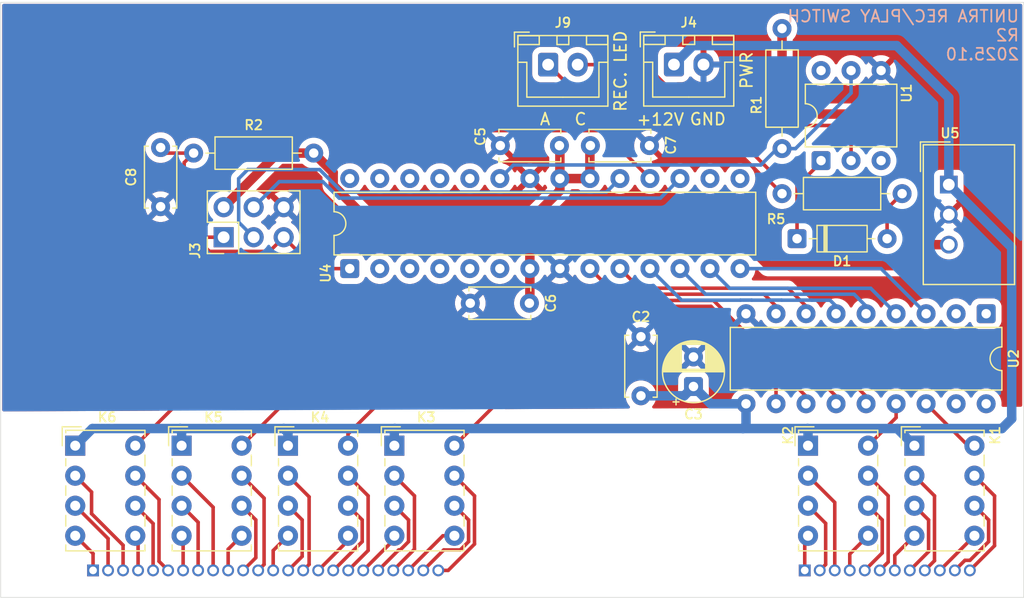
<source format=kicad_pcb>
(kicad_pcb (version 20241229) (generator "pcbnew") (generator_version "9.0")
  (layers (0 "F.Cu" signal) (2 "B.Cu" signal) (13 "F.Paste" user) (15 "B.Paste" user) (5 "F.SilkS" user "F.Silkscreen") (7 "B.SilkS" user "B.Silkscreen") (1 "F.Mask" user) (3 "B.Mask" user) (25 "Edge.Cuts" user))
  (net 0 "")
  (net 1 "+12V")
  (net 2 "/A2")
  (net 3 "/B3")
  (net 4 "/B1")
  (net 5 "/A1")
  (net 6 "/B2")
  (net 7 "/A3")
  (net 8 "/A11")
  (net 9 "/A10")
  (net 10 "/B11")
  (net 11 "/B12")
  (net 12 "/A12")
  (net 13 "/B10")
  (net 14 "/B5")
  (net 15 "/A5")
  (net 16 "/B6")
  (net 17 "/B4")
  (net 18 "/A6")
  (net 19 "/A4")
  (net 20 "/B15")
  (net 21 "/B13")
  (net 22 "/A13")
  (net 23 "/A14")
  (net 24 "/A15")
  (net 25 "/A8")
  (net 26 "/B8")
  (net 27 "/A9")
  (net 28 "/B9")
  (net 29 "/B7")
  (net 30 "/A7")
  (net 31 "/A16")
  (net 32 "/A17")
  (net 33 "/B18")
  (net 34 "/A18")
  (net 35 "/B17")
  (net 36 "/B16")
  (net 49 "GND")
  (net 50 "Net-(D1-K)")
  (net 51 "Net-(D1-A)")
  (net 52 "/REC_SIGNAL")
  (net 53 "/REC_LED_C")
  (net 54 "/CTL_SWITCH_1")
  (net 55 "/CTL_SWITCH_2")
  (net 56 "/CTL_SWITCH_3")
  (net 57 "/CTL_SWITCH_4")
  (net 58 "/CTL_SWITCH_6")
  (net 59 "/B14")
  (net 60 "/CTL_SWITCH_LOGIC_3")
  (net 61 "/CTL_SWITCH_LOGIC_2")
  (net 62 "/CTL_SWITCH_LOGIC_4")
  (net 63 "/CTL_SWITCH_LOGIC_5")
  (net 64 "/CTL_SWITCH_LOGIC_6")
  (net 65 "/CTL_SWITCH_LOGIC_1")
  (net 66 "+5V")
  (net 67 "/CTL_SWITCH_5")
  (net 68 "/REC_LED_A")
  (net 69 "/RESET")
  (net 70 "/MOSI")
  (net 71 "/MISO")
  (net 72 "/SCK")
  (footprint "Capacitor_THT:C_Disc_D5.0mm_W2.5mm_P5.00mm" (layer "F.Cu") (at 167.426 67.945)
    (property "Reference" "C6")
    (property "Value" "100n")
  )
  (footprint "Capacitor_THT:C_Disc_D5.0mm_W2.5mm_P5.00mm" (layer "F.Cu") (at 141.224 59.777 90)
    (property "Reference" "C8")
    (property "Value" "100n")
  )
  (footprint "Connector_PinHeader_1.27mm:PinHeader_1x12_P1.27mm_Vertical" (layer "F.Cu") (at 195.723 90.551 90)
    (property "Reference" "J2" (hide yes))
    (property "Value" "Conn_01x12")
  )
  (footprint "Package_DIP:DIP-18_W7.62mm" (layer "F.Cu") (at 211.074 68.834 -90)
    (property "Reference" "U2")
    (property "Value" "ULN2803A")
  )
  (footprint "Connector_JST:JST_XH_B2B-XH-A_1x02_P2.50mm_Vertical" (layer "F.Cu") (at 184.658 47.752)
    (property "Reference" "J4")
    (property "Value" "Conn_01x02")
  )
  (footprint "Relay_THT:Relay_DPDT_Omron_G6K-2P" (layer "F.Cu") (at 161 80)
    (property "Reference" "K3")
    (property "Value" "G6K-2P-Y")
  )
  (footprint "Connector_JST:JST_XH_B2B-XH-A_1x02_P2.50mm_Vertical" (layer "F.Cu") (at 174.01 47.7604)
    (property "Reference" "J9")
    (property "Value" "Conn_01x02")
  )
  (footprint "Resistor_THT:R_Axial_DIN0207_L6.3mm_D2.5mm_P10.16mm_Horizontal" (layer "F.Cu") (at 144.018 55.245)
    (property "Reference" "R2")
    (property "Value" "10k")
  )
  (footprint "Relay_THT:Relay_DPDT_Omron_G6K-2P" (layer "F.Cu") (at 152 80)
    (property "Reference" "K4")
    (property "Value" "G6K-2P-Y")
  )
  (footprint "Capacitor_THT:C_Disc_D5.0mm_W2.5mm_P5.00mm" (layer "F.Cu") (at 177.586 54.61)
    (property "Reference" "C7")
    (property "Value" "100n")
  )
  (footprint "Package_DIP:DIP-28_W7.62mm" (layer "F.Cu") (at 157.226 65.019 90)
    (property "Reference" "U4")
    (property "Value" "ATmega328P-P")
  )
  (footprint "Relay_THT:Relay_DPDT_Omron_G6K-2P" (layer "F.Cu") (at 134 80)
    (property "Reference" "K6")
    (property "Value" "G6K-2P-Y")
  )
  (footprint "Connector_PinHeader_1.27mm:PinHeader_1x24_P1.27mm_Vertical" (layer "F.Cu") (at 135.509 90.551 90)
    (property "Reference" "J1" (hide yes))
    (property "Value" "Conn_01x24")
  )
  (footprint "Resistor_THT:R_Axial_DIN0207_L6.3mm_D2.5mm_P10.16mm_Horizontal" (layer "F.Cu") (at 203.962 58.674 180)
    (property "Reference" "R5")
    (property "Value" "220")
  )
  (footprint "Relay_THT:Relay_DPDT_Omron_G6K-2P" (layer "F.Cu") (at 143 80)
    (property "Reference" "K5")
    (property "Value" "G6K-2P-Y")
  )
  (footprint "Relay_THT:Relay_DPDT_Omron_G6K-2P" (layer "F.Cu") (at 205 80)
    (property "Reference" "K1")
    (property "Value" "G6K-2P-Y")
  )
  (footprint "Resistor_THT:R_Axial_DIN0207_L6.3mm_D2.5mm_P10.16mm_Horizontal" (layer "F.Cu") (at 193.802 44.704 -90)
    (property "Reference" "R1")
    (property "Value" "10k")
  )
  (footprint "Package_DIP:DIP-6_W7.62mm" (layer "F.Cu") (at 197.104 55.88 90)
    (property "Reference" "U1")
    (property "Value" "4N35")
  )
  (footprint "Diode_THT:D_DO-35_SOD27_P7.62mm_Horizontal" (layer "F.Cu") (at 195.072 62.484)
    (property "Reference" "D1")
    (property "Value" "1N4148")
  )
  (footprint "Connector_PinHeader_2.54mm:PinHeader_2x03_P2.54mm_Vertical" (layer "F.Cu") (at 146.558 62.362 90)
    (property "Reference" "J3")
    (property "Value" "Conn_02x03_Counter_Clockwise")
  )
  (footprint "Capacitor_THT:C_Disc_D5.0mm_W2.5mm_P5.00mm" (layer "F.Cu") (at 181.864 75.779 90)
    (property "Reference" "C2")
    (property "Value" "100n")
  )
  (footprint "Converter_DCDC:Converter_DCDC_TRACO_TSR1-xxxxE_THT" (layer "F.Cu") (at 207.9125 57.912)
    (property "Reference" "U5")
    (property "Value" "TSR1-1250")
  )
  (footprint "Capacitor_THT:C_Disc_D5.0mm_W2.5mm_P5.00mm" (layer "F.Cu") (at 174.966 54.61 180)
    (property "Reference" "C5")
    (property "Value" "100n")
  )
  (footprint "Capacitor_THT:CP_Radial_D5.0mm_P2.50mm" (layer "F.Cu") (at 186.309 74.992113 90)
    (property "Reference" "C3")
    (property "Value" "100u")
  )
  (footprint "Relay_THT:Relay_DPDT_Omron_G6K-2P" (layer "F.Cu") (at 196 80)
    (property "Reference" "K2")
    (property "Value" "G6K-2P-Y")
  )
  (gr_rect (start 127.696 42.491) (end 214.252 92.837) (stroke (width 0.05)) (fill no) (layer "Edge.Cuts"))
  (gr_text "A" (at 173.228 52.959 0) (layer "F.SilkS") (effects (font (size 1 1)) (justify left bottom)))
  (gr_text "GND" (at 185.9026 52.959 0) (layer "F.SilkS") (effects (font (size 1 1)) (justify left bottom)))
  (gr_text "+12V" (at 181.4068 52.9844 0) (layer "F.SilkS") (effects (font (size 1 1)) (justify left bottom)))
  (gr_text "PWR" (at 191.389 49.911 90) (layer "F.SilkS") (effects (font (size 1 1)) (justify left bottom)))
  (gr_text "REC. LED" (at 180.721 51.8414 90) (layer "F.SilkS") (effects (font (size 1 1)) (justify left bottom)))
  (gr_text "C" (at 176.149 52.959 0) (layer "F.SilkS") (effects (font (size 1 1)) (justify left bottom)))
  (gr_text "UNITRA REC/PLAY SWITCH\nR2\n2025.10" (at 213.9442 47.4726 0) (layer "B.SilkS") (effects (font (size 1 1)) (justify left bottom mirror)))
  (segment (start 186.259 46.151) (end 184.658 47.752) (width 0.8) (layer "B.Cu") (net 1))
  (segment (start 203.504 46.151) (end 186.259 46.151) (width 0.8) (layer "B.Cu") (net 1))
  (segment (start 190.754 76.454) (end 187.770887 76.454) (width 0.8) (layer "B.Cu") (net 1))
  (segment (start 203.549 78.549) (end 205 80) (width 0.8) (layer "B.Cu") (net 1))
  (segment (start 213.233 63.2325) (end 207.9125 57.912) (width 0.8) (layer "B.Cu") (net 1))
  (segment (start 161 78.585) (end 161.036 78.549) (width 0.8) (layer "B.Cu") (net 1))
  (segment (start 187.770887 76.454) (end 186.309 74.992113) (width 0.8) (layer "B.Cu") (net 1))
  (segment (start 196 80) (end 196 78.588) (width 0.8) (layer "B.Cu") (net 1))
  (segment (start 152 80) (end 152 78.911) (width 0.8) (layer "B.Cu") (net 1))
  (segment (start 212.408 78.549) (end 213.233 77.724) (width 0.8) (layer "B.Cu") (net 1))
  (segment (start 207.9125 57.912) (end 207.9125 50.5595) (width 0.8) (layer "B.Cu") (net 1))
  (segment (start 190.5 78.549) (end 195.961 78.549) (width 0.8) (layer "B.Cu") (net 1))
  (segment (start 190.754 78.295) (end 190.5 78.549) (width 0.8) (layer "B.Cu") (net 1))
  (segment (start 195.961 78.549) (end 203.549 78.549) (width 0.8) (layer "B.Cu") (net 1))
  (segment (start 143 80) (end 143 78.674) (width 0.8) (layer "B.Cu") (net 1))
  (segment (start 161 80) (end 161 78.585) (width 0.8) (layer "B.Cu") (net 1))
  (segment (start 181.864 75.779) (end 185.522113 75.779) (width 0.8) (layer "B.Cu") (net 1))
  (segment (start 161.036 78.549) (end 190.5 78.549) (width 0.8) (layer "B.Cu") (net 1))
  (segment (start 196 78.588) (end 195.961 78.549) (width 0.8) (layer "B.Cu") (net 1))
  (segment (start 207.9125 50.5595) (end 203.504 46.151) (width 0.8) (layer "B.Cu") (net 1))
  (segment (start 190.754 76.454) (end 190.754 78.295) (width 0.8) (layer "B.Cu") (net 1))
  (segment (start 203.549 78.549) (end 212.408 78.549) (width 0.8) (layer "B.Cu") (net 1))
  (segment (start 142.875 78.549) (end 151.638 78.549) (width 0.8) (layer "B.Cu") (net 1))
  (segment (start 143 78.674) (end 142.875 78.549) (width 0.8) (layer "B.Cu") (net 1))
  (segment (start 135.451 78.549) (end 142.875 78.549) (width 0.8) (layer "B.Cu") (net 1))
  (segment (start 151.638 78.549) (end 161.036 78.549) (width 0.8) (layer "B.Cu") (net 1))
  (segment (start 134 80) (end 135.451 78.549) (width 0.8) (layer "B.Cu") (net 1))
  (segment (start 185.522113 75.779) (end 186.309 74.992113) (width 0.8) (layer "B.Cu") (net 1))
  (segment (start 152 78.911) (end 151.638 78.549) (width 0.8) (layer "B.Cu") (net 1))
  (segment (start 213.233 77.724) (end 213.233 63.2325) (width 0.8) (layer "B.Cu") (net 1))
  (segment (start 209.274 89.7) (end 209.698471 89.7) (width 0.3) (layer "F.Cu") (net 2))
  (segment (start 208.423 90.551) (end 209.274 89.7) (width 0.3) (layer "F.Cu") (net 2))
  (segment (start 211.281 86.281) (end 210.08 85.08) (width 0.3) (layer "F.Cu") (net 2))
  (segment (start 211.281 88.117471) (end 211.281 86.281) (width 0.3) (layer "F.Cu") (net 2))
  (segment (start 209.698471 89.7) (end 211.281 88.117471) (width 0.3) (layer "F.Cu") (net 2))
  (segment (start 199.533 90.551) (end 199.533 89.167) (width 0.3) (layer "F.Cu") (net 3))
  (segment (start 199.533 89.167) (end 201.08 87.62) (width 0.3) (layer "F.Cu") (net 3))
  (segment (start 202.782 84.242) (end 201.08 82.54) (width 0.3) (layer "F.Cu") (net 4))
  (segment (start 202.782 89.842) (end 202.782 84.242) (width 0.3) (layer "F.Cu") (net 4))
  (segment (start 202.073 90.551) (end 202.782 89.842) (width 0.3) (layer "F.Cu") (net 4))
  (segment (start 211.782 84.242) (end 210.08 82.54) (width 0.3) (layer "F.Cu") (net 5))
  (segment (start 209.693 90.551) (end 211.782 88.462) (width 0.3) (layer "F.Cu") (net 5))
  (segment (start 211.782 88.462) (end 211.782 84.242) (width 0.3) (layer "F.Cu") (net 5))
  (segment (start 202.281 86.281) (end 201.08 85.08) (width 0.3) (layer "F.Cu") (net 6))
  (segment (start 202.281 89.073) (end 202.281 86.281) (width 0.3) (layer "F.Cu") (net 6))
  (segment (start 200.803 90.551) (end 202.281 89.073) (width 0.3) (layer "F.Cu") (net 6))
  (segment (start 210.08 87.624) (end 210.08 87.62) (width 0.3) (layer "F.Cu") (net 7))
  (segment (start 207.153 90.551) (end 210.08 87.624) (width 0.3) (layer "F.Cu") (net 7))
  (segment (start 162.201 86.281) (end 161 85.08) (width 0.3) (layer "F.Cu") (net 8))
  (segment (start 161.497471 88.821) (end 162.201 88.117471) (width 0.3) (layer "F.Cu") (net 8))
  (segment (start 162.201 88.117471) (end 162.201 86.281) (width 0.3) (layer "F.Cu") (net 8))
  (segment (start 159.639 90.551) (end 161.369 88.821) (width 0.3) (layer "F.Cu") (net 8))
  (segment (start 161.369 88.821) (end 161.497471 88.821) (width 0.3) (layer "F.Cu") (net 8))
  (segment (start 162.702 88.758) (end 162.702 84.242) (width 0.3) (layer "F.Cu") (net 9))
  (segment (start 160.909 90.551) (end 162.702 88.758) (width 0.3) (layer "F.Cu") (net 9))
  (segment (start 162.702 84.242) (end 161 82.54) (width 0.3) (layer "F.Cu") (net 9))
  (segment (start 152.019 90.551) (end 153.201 89.369) (width 0.3) (layer "F.Cu") (net 10))
  (segment (start 153.201 86.281) (end 152 85.08) (width 0.3) (layer "F.Cu") (net 10))
  (segment (start 153.201 89.369) (end 153.201 86.281) (width 0.3) (layer "F.Cu") (net 10))
  (segment (start 150.749 88.871) (end 152 87.62) (width 0.3) (layer "F.Cu") (net 11))
  (segment (start 150.749 90.551) (end 150.749 88.871) (width 0.3) (layer "F.Cu") (net 11))
  (segment (start 158.369 90.551) (end 161 87.92) (width 0.3) (layer "F.Cu") (net 12))
  (segment (start 161 87.92) (end 161 87.62) (width 0.3) (layer "F.Cu") (net 12))
  (segment (start 153.788999 90.051001) (end 153.788999 84.328999) (width 0.3) (layer "F.Cu") (net 13))
  (segment (start 153.788999 84.328999) (end 152 82.54) (width 0.3) (layer "F.Cu") (net 13))
  (segment (start 153.289 90.551) (end 153.788999 90.051001) (width 0.3) (layer "F.Cu") (net 13))
  (segment (start 197.492999 86.572999) (end 196 85.08) (width 0.3) (layer "F.Cu") (net 14))
  (segment (start 196.993 90.551) (end 197.492999 90.051001) (width 0.3) (layer "F.Cu") (net 14))
  (segment (start 197.492999 90.051001) (end 197.492999 86.572999) (width 0.3) (layer "F.Cu") (net 14))
  (segment (start 206.201 86.281) (end 205 85.08) (width 0.3) (layer "F.Cu") (net 15))
  (segment (start 204.613 90.551) (end 206.201 88.963) (width 0.3) (layer "F.Cu") (net 15))
  (segment (start 206.201 88.963) (end 206.201 86.281) (width 0.3) (layer "F.Cu") (net 15))
  (segment (start 195.723 87.897) (end 196 87.62) (width 0.3) (layer "F.Cu") (net 16))
  (segment (start 195.723 90.551) (end 195.723 87.897) (width 0.3) (layer "F.Cu") (net 16))
  (segment (start 198.263 90.551) (end 198.263 84.803) (width 0.3) (layer "F.Cu") (net 17))
  (segment (start 198.263 84.803) (end 196 82.54) (width 0.3) (layer "F.Cu") (net 17))
  (segment (start 203.343 90.551) (end 203.343 89.277) (width 0.3) (layer "F.Cu") (net 18))
  (segment (start 203.343 89.277) (end 205 87.62) (width 0.3) (layer "F.Cu") (net 18))
  (segment (start 206.702 89.732) (end 206.702 84.242) (width 0.3) (layer "F.Cu") (net 19))
  (segment (start 205.883 90.551) (end 206.702 89.732) (width 0.3) (layer "F.Cu") (net 19))
  (segment (start 206.702 84.242) (end 205 82.54) (width 0.3) (layer "F.Cu") (net 19))
  (segment (start 139.319 87.859) (end 139.08 87.62) (width 0.3) (layer "F.Cu") (net 20))
  (segment (start 139.319 90.551) (end 139.319 87.859) (width 0.3) (layer "F.Cu") (net 20))
  (segment (start 141.09 89.782) (end 141.09 84.55) (width 0.3) (layer "F.Cu") (net 21))
  (segment (start 141.09 84.55) (end 139.08 82.54) (width 0.3) (layer "F.Cu") (net 21))
  (segment (start 141.859 90.551) (end 141.09 89.782) (width 0.3) (layer "F.Cu") (net 21))
  (segment (start 149.978999 90.051001) (end 149.978999 84.438999) (width 0.3) (layer "F.Cu") (net 22))
  (segment (start 149.978999 84.438999) (end 148.08 82.54) (width 0.3) (layer "F.Cu") (net 22))
  (segment (start 149.479 90.551) (end 149.978999 90.051001) (width 0.3) (layer "F.Cu") (net 22))
  (segment (start 148.209 90.551) (end 149.281 89.479) (width 0.3) (layer "F.Cu") (net 23))
  (segment (start 149.281 89.479) (end 149.281 86.281) (width 0.3) (layer "F.Cu") (net 23))
  (segment (start 149.281 86.281) (end 148.08 85.08) (width 0.3) (layer "F.Cu") (net 23))
  (segment (start 146.939 88.761) (end 148.08 87.62) (width 0.3) (layer "F.Cu") (net 24))
  (segment (start 146.939 90.551) (end 146.939 88.761) (width 0.3) (layer "F.Cu") (net 24))
  (segment (start 165.179 88.821) (end 166.577471 88.821) (width 0.3) (layer "F.Cu") (net 25))
  (segment (start 166.577471 88.821) (end 167.281 88.117471) (width 0.3) (layer "F.Cu") (net 25))
  (segment (start 167.281 88.117471) (end 167.281 86.281) (width 0.3) (layer "F.Cu") (net 25))
  (segment (start 163.449 90.551) (end 165.179 88.821) (width 0.3) (layer "F.Cu") (net 25))
  (segment (start 167.281 86.281) (end 166.08 85.08) (width 0.3) (layer "F.Cu") (net 25))
  (segment (start 158.281 88.117471) (end 158.281 86.281) (width 0.3) (layer "F.Cu") (net 26))
  (segment (start 155.847471 90.551) (end 158.281 88.117471) (width 0.3) (layer "F.Cu") (net 26))
  (segment (start 158.281 86.281) (end 157.08 85.08) (width 0.3) (layer "F.Cu") (net 26))
  (segment (start 155.829 90.551) (end 155.847471 90.551) (width 0.3) (layer "F.Cu") (net 26))
  (segment (start 162.179 90.551) (end 165.11 87.62) (width 0.3) (layer "F.Cu") (net 27))
  (segment (start 165.11 87.62) (end 166.08 87.62) (width 0.3) (layer "F.Cu") (net 27))
  (segment (start 154.559 90.551) (end 157.08 88.03) (width 0.3) (layer "F.Cu") (net 28))
  (segment (start 157.08 88.03) (end 157.08 87.62) (width 0.3) (layer "F.Cu") (net 28))
  (segment (start 158.782 84.242) (end 157.08 82.54) (width 0.3) (layer "F.Cu") (net 29))
  (segment (start 158.782 88.868) (end 158.782 84.242) (width 0.3) (layer "F.Cu") (net 29))
  (segment (start 157.099 90.551) (end 158.782 88.868) (width 0.3) (layer "F.Cu") (net 29))
  (segment (start 167.782 88.324992) (end 167.782 84.242) (width 0.3) (layer "F.Cu") (net 30))
  (segment (start 167.782 84.242) (end 166.08 82.54) (width 0.3) (layer "F.Cu") (net 30))
  (segment (start 164.719 90.551) (end 165.555991 90.551) (width 0.3) (layer "F.Cu") (net 30))
  (segment (start 165.555991 90.551) (end 167.782 88.324992) (width 0.3) (layer "F.Cu") (net 30))
  (segment (start 145.669 85.209) (end 143 82.54) (width 0.3) (layer "F.Cu") (net 31))
  (segment (start 145.669 90.551) (end 145.669 85.209) (width 0.3) (layer "F.Cu") (net 31))
  (segment (start 144.399 90.551) (end 144.399 86.479) (width 0.3) (layer "F.Cu") (net 32))
  (segment (start 144.399 86.479) (end 143 85.08) (width 0.3) (layer "F.Cu") (net 32))
  (segment (start 135.509 90.551) (end 135.509 89.129) (width 0.3) (layer "F.Cu") (net 33))
  (segment (start 135.509 89.129) (end 134 87.62) (width 0.3) (layer "F.Cu") (net 33))
  (segment (start 143.129 90.551) (end 143.129 87.749) (width 0.3) (layer "F.Cu") (net 34))
  (segment (start 143.129 87.749) (end 143 87.62) (width 0.3) (layer "F.Cu") (net 34))
  (segment (start 136.779 87.859) (end 134 85.08) (width 0.3) (layer "F.Cu") (net 35))
  (segment (start 136.779 90.551) (end 136.779 87.859) (width 0.3) (layer "F.Cu") (net 35))
  (segment (start 138.049 88.42048) (end 135.382 85.75348) (width 0.3) (layer "F.Cu") (net 36))
  (segment (start 135.382 85.75348) (end 135.382 83.922) (width 0.3) (layer "F.Cu") (net 36))
  (segment (start 138.049 90.551) (end 138.049 88.42048) (width 0.3) (layer "F.Cu") (net 36))
  (segment (start 135.382 83.922) (end 134 82.54) (width 0.3) (layer "F.Cu") (net 36))
  (segment (start 195.072 58.039) (end 195.072 62.484) (width 0.3) (layer "F.Cu") (net 50))
  (segment (start 197.104 56.007) (end 195.072 58.039) (width 0.3) (layer "F.Cu") (net 50))
  (segment (start 197.104 55.88) (end 197.104 56.007) (width 0.3) (layer "F.Cu") (net 50))
  (segment (start 202.692 62.484) (end 202.692 59.944) (width 0.3) (layer "F.Cu") (net 51))
  (segment (start 202.692 59.944) (end 203.962 58.674) (width 0.3) (layer "F.Cu") (net 51))
  (segment (start 194.94 54.864) (end 199.644 50.16) (width 0.3) (layer "B.Cu") (net 52))
  (segment (start 199.644 50.16) (end 199.644 48.26) (width 0.3) (layer "B.Cu") (net 52))
  (segment (start 171.077 56.248) (end 192.011 56.248) (width 0.3) (layer "B.Cu") (net 52))
  (segment (start 193.802 54.864) (end 194.94 54.864) (width 0.3) (layer "B.Cu") (net 52))
  (segment (start 193.395 54.864) (end 193.802 54.864) (width 0.3) (layer "B.Cu") (net 52))
  (segment (start 192.011 56.248) (end 193.395 54.864) (width 0.3) (layer "B.Cu") (net 52))
  (segment (start 169.926 57.399) (end 171.077 56.248) (width 0.3) (layer "B.Cu") (net 52))
  (segment (start 182.23516 47.7604) (end 187.38296 52.9082) (width 0.3) (layer "F.Cu") (net 53))
  (segment (start 176.51 47.7604) (end 182.23516 47.7604) (width 0.3) (layer "F.Cu") (net 53))
  (segment (start 198.1962 52.9082) (end 199.644 54.356) (width 0.3) (layer "F.Cu") (net 53))
  (segment (start 199.644 54.356) (end 199.644 55.88) (width 0.3) (layer "F.Cu") (net 53))
  (segment (start 195.453 52.9082) (end 198.1962 52.9082) (width 0.3) (layer "F.Cu") (net 53))
  (segment (start 187.38296 52.9082) (end 195.453 52.9082) (width 0.3) (layer "F.Cu") (net 53))
  (segment (start 206.629 76.454) (end 205.994 76.454) (width 0.3) (layer "F.Cu") (net 54))
  (segment (start 205.994 76.454) (end 209.54 80) (width 0.3) (layer "F.Cu") (net 54))
  (segment (start 209.54 80) (end 210.08 80) (width 0.3) (layer "F.Cu") (net 54))
  (segment (start 201.08 80) (end 203.454 77.626) (width 0.3) (layer "F.Cu") (net 55))
  (segment (start 202.819 76.454) (end 203.454 76.454) (width 0.3) (layer "F.Cu") (net 55))
  (segment (start 203.454 77.626) (end 203.454 76.454) (width 0.3) (layer "F.Cu") (net 55))
  (segment (start 193.294 75.184) (end 193.294 76.454) (width 0.3) (layer "F.Cu") (net 56))
  (segment (start 173.443 72.637) (end 177.18202 72.637) (width 0.3) (layer "F.Cu") (net 56))
  (segment (start 180.594001 69.215) (end 187.325 69.215) (width 0.3) (layer "F.Cu") (net 56))
  (segment (start 187.325 69.215) (end 193.294 75.184) (width 0.3) (layer "F.Cu") (net 56))
  (segment (start 177.18202 72.637) (end 179.578 70.24102) (width 0.3) (layer "F.Cu") (net 56))
  (segment (start 179.578 70.24102) (end 179.578 70.230999) (width 0.3) (layer "F.Cu") (net 56))
  (segment (start 179.578 70.230999) (end 180.594001 69.215) (width 0.3) (layer "F.Cu") (net 56))
  (segment (start 166.08 80) (end 173.443 72.637) (width 0.3) (layer "F.Cu") (net 56))
  (segment (start 194.683 74.668) (end 195.834 75.819) (width 0.3) (layer "F.Cu") (net 57))
  (segment (start 179.077 70.02348) (end 179.370479 69.73) (width 0.3) (layer "F.Cu") (net 57))
  (segment (start 161.29 74.803) (end 162.56 74.803) (width 0.3) (layer "F.Cu") (net 57))
  (segment (start 195.834 75.819) (end 195.834 76.454) (width 0.3) (layer "F.Cu") (net 57))
  (segment (start 179.370479 69.73) (end 180.38648 68.714) (width 0.3) (layer "F.Cu") (net 57))
  (segment (start 162.56 74.803) (end 165.227 72.136) (width 0.3) (layer "F.Cu") (net 57))
  (segment (start 187.586 68.714) (end 193.54 74.668) (width 0.3) (layer "F.Cu") (net 57))
  (segment (start 193.54 74.668) (end 194.683 74.668) (width 0.3) (layer "F.Cu") (net 57))
  (segment (start 157.08 79.013) (end 161.29 74.803) (width 0.3) (layer "F.Cu") (net 57))
  (segment (start 179.077 70.0335) (end 179.077 70.02348) (width 0.3) (layer "F.Cu") (net 57))
  (segment (start 180.38648 68.714) (end 187.586 68.714) (width 0.3) (layer "F.Cu") (net 57))
  (segment (start 157.08 80) (end 157.08 79.013) (width 0.3) (layer "F.Cu") (net 57))
  (segment (start 165.227 72.136) (end 176.9745 72.136) (width 0.3) (layer "F.Cu") (net 57))
  (segment (start 176.9745 72.136) (end 179.077 70.0335) (width 0.3) (layer "F.Cu") (net 57))
  (segment (start 162.24962 73.69114) (end 164.80676 71.134) (width 0.3) (layer "F.Cu") (net 58))
  (segment (start 164.80676 71.134) (end 176.549434 71.134) (width 0.3) (layer "F.Cu") (net 58))
  (segment (start 188.001042 67.712) (end 193.949042 73.66) (width 0.3) (layer "F.Cu") (net 58))
  (segment (start 139.08 80) (end 145.38886 73.69114) (width 0.3) (layer "F.Cu") (net 58))
  (segment (start 200.914 75.819) (end 200.914 76.454) (width 0.3) (layer "F.Cu") (net 58))
  (segment (start 193.949042 73.66) (end 198.755 73.66) (width 0.3) (layer "F.Cu") (net 58))
  (segment (start 198.755 73.66) (end 200.914 75.819) (width 0.3) (layer "F.Cu") (net 58))
  (segment (start 145.38886 73.69114) (end 162.24962 73.69114) (width 0.3) (layer "F.Cu") (net 58))
  (segment (start 176.549434 71.134) (end 179.97144 67.712) (width 0.3) (layer "F.Cu") (net 58))
  (segment (start 179.97144 67.712) (end 188.001042 67.712) (width 0.3) (layer "F.Cu") (net 58))
  (segment (start 140.589 86.589) (end 139.08 85.08) (width 0.3) (layer "F.Cu") (net 59))
  (segment (start 140.589 90.551) (end 140.589 86.589) (width 0.3) (layer "F.Cu") (net 59))
  (segment (start 192.278 67.183) (end 193.294 68.199) (width 0.3) (layer "F.Cu") (net 60))
  (segment (start 179.71 67.183) (end 192.278 67.183) (width 0.3) (layer "F.Cu") (net 60))
  (segment (start 193.294 68.199) (end 193.294 68.834) (width 0.3) (layer "F.Cu") (net 60))
  (segment (start 177.546 65.019) (end 179.71 67.183) (width 0.3) (layer "F.Cu") (net 60))
  (segment (start 187.706 65.019) (end 189.369 66.682) (width 0.3) (layer "B.Cu") (net 61))
  (segment (start 189.369 66.682) (end 201.302 66.682) (width 0.3) (layer "B.Cu") (net 61))
  (segment (start 201.302 66.682) (end 203.454 68.834) (width 0.3) (layer "B.Cu") (net 61))
  (segment (start 194.31 66.675) (end 195.834 68.199) (width 0.3) (layer "F.Cu") (net 62))
  (segment (start 195.834 68.199) (end 195.834 68.834) (width 0.3) (layer "F.Cu") (net 62))
  (segment (start 180.086 65.019) (end 181.742 66.675) (width 0.3) (layer "F.Cu") (net 62))
  (segment (start 181.742 66.675) (end 194.31 66.675) (width 0.3) (layer "F.Cu") (net 62))
  (segment (start 192.81724 67.683) (end 192.80924 67.691) (width 0.3) (layer "B.Cu") (net 63))
  (segment (start 196.31876 67.691) (end 196.31076 67.683) (width 0.3) (layer "B.Cu") (net 63))
  (segment (start 193.77876 67.691) (end 193.77076 67.683) (width 0.3) (layer "B.Cu") (net 63))
  (segment (start 196.31076 67.683) (end 195.35724 67.683) (width 0.3) (layer "B.Cu") (net 63))
  (segment (start 195.35724 67.683) (end 195.34924 67.691) (width 0.3) (layer "B.Cu") (net 63))
  (segment (start 198.374 68.834) (end 198.374 68.199) (width 0.3) (layer "B.Cu") (net 63))
  (segment (start 195.34924 67.691) (end 193.77876 67.691) (width 0.3) (layer "B.Cu") (net 63))
  (segment (start 191.23876 67.691) (end 191.23076 67.683) (width 0.3) (layer "B.Cu") (net 63))
  (segment (start 198.374 68.199) (end 197.866 67.691) (width 0.3) (layer "B.Cu") (net 63))
  (segment (start 185.298 67.691) (end 182.626 65.019) (width 0.3) (layer "B.Cu") (net 63))
  (segment (start 191.23076 67.683) (end 190.27724 67.683) (width 0.3) (layer "B.Cu") (net 63))
  (segment (start 192.80924 67.691) (end 191.23876 67.691) (width 0.3) (layer "B.Cu") (net 63))
  (segment (start 197.866 67.691) (end 196.31876 67.691) (width 0.3) (layer "B.Cu") (net 63))
  (segment (start 190.27724 67.683) (end 190.26924 67.691) (width 0.3) (layer "B.Cu") (net 63))
  (segment (start 190.26924 67.691) (end 185.298 67.691) (width 0.3) (layer "B.Cu") (net 63))
  (segment (start 193.77076 67.683) (end 192.81724 67.683) (width 0.3) (layer "B.Cu") (net 63))
  (segment (start 187.33 67.183) (end 199.898 67.183) (width 0.3) (layer "B.Cu") (net 64))
  (segment (start 200.914 68.199) (end 200.914 68.834) (width 0.3) (layer "B.Cu") (net 64))
  (segment (start 199.898 67.183) (end 200.914 68.199) (width 0.3) (layer "B.Cu") (net 64))
  (segment (start 185.166 65.019) (end 187.33 67.183) (width 0.3) (layer "B.Cu") (net 64))
  (segment (start 202.179 65.019) (end 205.994 68.834) (width 0.3) (layer "B.Cu") (net 65))
  (segment (start 190.246 65.019) (end 202.179 65.019) (width 0.3) (layer "B.Cu") (net 65))
  (segment (start 191.008 63.119) (end 172.466 63.119) (width 0.8) (layer "F.Cu") (net 66))
  (segment (start 172.466 67.905) (end 172.426 67.945) (width 0.8) (layer "F.Cu") (net 66))
  (segment (start 203.911 64.77) (end 192.659 64.77) (width 0.8) (layer "F.Cu") (net 66))
  (segment (start 155.825 56.892) (end 154.178 55.245) (width 0.8) (layer "F.Cu") (net 66))
  (segment (start 206.248 62.992) (end 205.689 62.992) (width 0.8) (layer "F.Cu") (net 66))
  (segment (start 158.859767 61.014081) (end 155.825 57.979314) (width 0.8) (layer "F.Cu") (net 66))
  (segment (start 175.006 57.399) (end 177.546 57.399) (width 0.8) (layer "F.Cu") (net 66))
  (segment (start 175.006 57.399) (end 175.006 58.42) (width 0.8) (layer "F.Cu") (net 66))
  (segment (start 177.546 57.399) (end 177.546 54.65) (width 0.8) (layer "F.Cu") (net 66))
  (segment (start 177.546 54.65) (end 177.586 54.61) (width 0.8) (layer "F.Cu") (net 66))
  (segment (start 154.178 55.245) (end 151.135 55.245) (width 0.8) (layer "F.Cu") (net 66))
  (segment (start 172.466 61.068162) (end 172.411919 61.014081) (width 0.8) (layer "F.Cu") (net 66))
  (segment (start 172.466 63.119) (end 172.466 61.068162) (width 0.8) (layer "F.Cu") (net 66))
  (segment (start 193.802 48.768) (end 196.977 51.943) (width 0.8) (layer "F.Cu") (net 66))
  (segment (start 172.466 63.119) (end 172.466 63.627) (width 0.8) (layer "F.Cu") (net 66))
  (segment (start 175.006 58.42) (end 172.411919 61.014081) (width 0.8) (layer "F.Cu") (net 66))
  (segment (start 207.9125 62.992) (end 206.248 62.992) (width 0.8) (layer "F.Cu") (net 66))
  (segment (start 175.006 54.65) (end 174.966 54.61) (width 0.8) (layer "F.Cu") (net 66))
  (segment (start 200.66 51.943) (end 206.248 57.531) (width 0.8) (layer "F.Cu") (net 66))
  (segment (start 172.411919 61.014081) (end 158.859767 61.014081) (width 0.8) (layer "F.Cu") (net 66))
  (segment (start 206.248 57.531) (end 206.248 62.992) (width 0.8) (layer "F.Cu") (net 66))
  (segment (start 172.466 65.019) (end 172.466 67.905) (width 0.8) (layer "F.Cu") (net 66))
  (segment (start 172.466 65.019) (end 172.466 63.627) (width 0.8) (layer "F.Cu") (net 66))
  (segment (start 193.802 44.704) (end 193.802 48.768) (width 0.8) (layer "F.Cu") (net 66))
  (segment (start 205.689 62.992) (end 203.911 64.77) (width 0.8) (layer "F.Cu") (net 66))
  (segment (start 192.659 64.77) (end 191.008 63.119) (width 0.8) (layer "F.Cu") (net 66))
  (segment (start 155.825 57.979314) (end 155.825 56.892) (width 0.8) (layer "F.Cu") (net 66))
  (segment (start 196.977 51.943) (end 200.66 51.943) (width 0.8) (layer "F.Cu") (net 66))
  (segment (start 151.135 55.245) (end 146.558 59.822) (width 0.8) (layer "F.Cu") (net 66))
  (segment (start 175.006 57.399) (end 175.006 54.65) (width 0.8) (layer "F.Cu") (net 66))
  (segment (start 172.466 67.905) (end 172.426 67.945) (width 0.8) (layer "B.Cu") (net 66))
  (segment (start 174.966 57.359) (end 175.006 57.399) (width 0.8) (layer "B.Cu") (net 66))
  (segment (start 177.586 57.359) (end 177.546 57.399) (width 0.8) (layer "B.Cu") (net 66))
  (segment (start 196.723 74.168) (end 198.374 75.819) (width 0.3) (layer "F.Cu") (net 67))
  (segment (start 198.374 75.819) (end 198.374 76.454) (width 0.3) (layer "F.Cu") (net 67))
  (segment (start 180.17896 68.213) (end 187.79352 68.213) (width 0.3) (layer "F.Cu") (net 67))
  (segment (start 153.88786 74.19214) (end 162.45714 74.19214) (width 0.3) (layer "F.Cu") (net 67))
  (segment (start 187.79352 68.213) (end 190.366 70.785482) (width 0.3) (layer "F.Cu") (net 67))
  (segment (start 177.372518 71.019436) (end 180.17896 68.213) (width 0.3) (layer "F.Cu") (net 67))
  (segment (start 148.08 80) (end 153.88786 74.19214) (width 0.3) (layer "F.Cu") (net 67))
  (segment (start 162.45714 74.19214) (end 165.01428 71.635) (width 0.3) (layer "F.Cu") (net 67))
  (segment (start 190.366 70.785482) (end 193.748518 74.168) (width 0.3) (layer "F.Cu") (net 67))
  (segment (start 193.748518 74.168) (end 196.723 74.168) (width 0.3) (layer "F.Cu") (net 67))
  (segment (start 176.756955 71.635) (end 177.372518 71.019436) (width 0.3) (layer "F.Cu") (net 67))
  (segment (start 165.01428 71.635) (end 176.756955 71.635) (width 0.3) (layer "F.Cu") (net 67))
  (segment (start 174.01 47.7604) (end 175.93978 49.69018) (width 0.3) (layer "F.Cu") (net 68))
  (segment (start 175.93978 49.69018) (end 183.45642 49.69018) (width 0.3) (layer "F.Cu") (net 68))
  (segment (start 192.651 56.6016) (end 192.651 57.523) (width 0.3) (layer "F.Cu") (net 68))
  (segment (start 187.17544 53.4092) (end 189.4586 53.4092) (width 0.3) (layer "F.Cu") (net 68))
  (segment (start 183.45642 49.69018) (end 187.17544 53.4092) (width 0.3) (layer "F.Cu") (net 68))
  (segment (start 192.651 57.523) (end 193.802 58.674) (width 0.3) (layer "F.Cu") (net 68))
  (segment (start 189.4586 53.4092) (end 192.651 56.6016) (width 0.3) (layer "F.Cu") (net 68))
  (segment (start 144.018 55.245) (end 141.692 55.245) (width 0.3) (layer "F.Cu") (net 69))
  (segment (start 157.226 65.019) (end 154.295 65.019) (width 0.3) (layer "F.Cu") (net 69))
  (segment (start 143.218001 56.044999) (end 143.218001 61.424001) (width 0.3) (layer "F.Cu") (net 69))
  (segment (start 144.018 55.245) (end 143.218001 56.044999) (width 0.3) (layer "F.Cu") (net 69))
  (segment (start 150.437 63.563) (end 151.638 62.362) (width 0.3) (layer "F.Cu") (net 69))
  (segment (start 145.357 63.563) (end 150.437 63.563) (width 0.3) (layer "F.Cu") (net 69))
  (segment (start 151.638 62.362) (end 154.295 65.019) (width 0.3) (layer "F.Cu") (net 69))
  (segment (start 141.692 55.245) (end 141.224 54.777) (width 0.3) (layer "F.Cu") (net 69))
  (segment (start 143.218001 61.424001) (end 145.357 63.563) (width 0.3) (layer "F.Cu") (net 69))
  (segment (start 151.262 57.658) (end 149.098 59.822) (width 0.3) (layer "B.Cu") (net 70))
  (segment (start 183.514 59.051) (end 156.333 59.051) (width 0.3) (layer "B.Cu") (net 70))
  (segment (start 156.333 59.051) (end 154.94 57.658) (width 0.3) (layer "B.Cu") (net 70))
  (segment (start 154.94 57.658) (end 151.262 57.658) (width 0.3) (layer "B.Cu") (net 70))
  (segment (start 185.166 57.399) (end 183.514 59.051) (width 0.3) (layer "B.Cu") (net 70))
  (segment (start 178.567 53.34) (end 148.463 53.34) (width 0.3) (layer "F.Cu") (net 71))
  (segment (start 144.912 62.362) (end 146.558 62.362) (width 0.3) (layer "F.Cu") (net 71))
  (segment (start 144.399 57.404) (end 144.399 61.849) (width 0.3) (layer "F.Cu") (net 71))
  (segment (start 148.463 53.34) (end 144.399 57.404) (width 0.3) (layer "F.Cu") (net 71))
  (segment (start 182.626 57.399) (end 178.567 53.34) (width 0.3) (layer "F.Cu") (net 71))
  (segment (start 144.399 61.849) (end 144.912 62.362) (width 0.3) (layer "F.Cu") (net 71))
  (segment (start 156.594 58.55) (end 154.686 56.642) (width 0.3) (layer "B.Cu") (net 72))
  (segment (start 147.828 57.404) (end 147.828 61.092) (width 0.3) (layer "B.Cu") (net 72))
  (segment (start 148.59 56.642) (end 147.828 57.404) (width 0.3) (layer "B.Cu") (net 72))
  (segment (start 180.086 57.399) (end 179.583 57.399) (width 0.3) (layer "B.Cu") (net 72))
  (segment (start 178.935 58.55) (end 156.594 58.55) (width 0.3) (layer "B.Cu") (net 72))
  (segment (start 154.686 56.642) (end 148.59 56.642) (width 0.3) (layer "B.Cu") (net 72))
  (segment (start 180.086 57.399) (end 178.935 58.55) (width 0.3) (layer "B.Cu") (net 72))
  (segment (start 147.828 61.092) (end 149.098 62.362) (width 0.3) (layer "B.Cu") (net 72))
  (zone (net 49) (net_name "GND") (layers "F.Cu" "B.Cu") (connect_pads (clearance 0.5)) (min_thickness 0.25) (fill yes (thermal_gap 0.5) (thermal_bridge_width 0.5))
    (polygon (pts (xy 127.635 42.291) (xy 214.249 42.291) (xy 214.249 76.708) (xy 127.635 77.099416)))
  )
)
</source>
